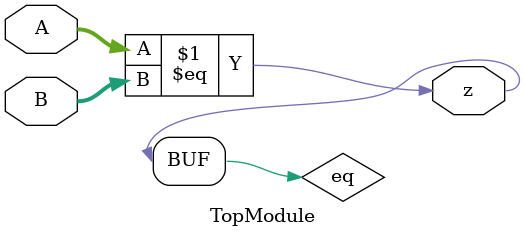
<source format=sv>

module TopModule (
  input [1:0] A,
  input [1:0] B,
  output z
);
wire eq;
assign eq = (A == B);
assign z = eq;
endmodule

</source>
